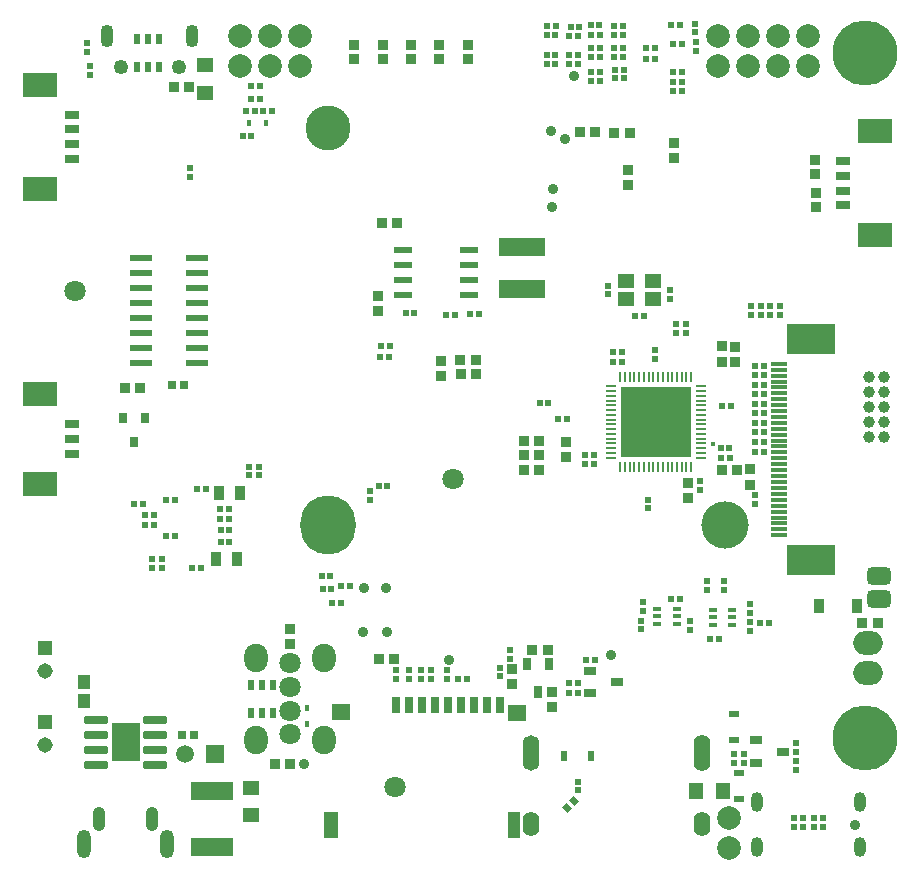
<source format=gbr>
%FSTAX23Y23*%
%MOIN*%
%SFA1B1*%

%IPPOS*%
%AMD62*
4,1,8,-0.010800,0.015700,-0.010800,-0.015700,-0.010800,-0.015700,0.010800,-0.015700,0.010800,-0.015700,0.010800,0.015700,0.010800,0.015700,-0.010800,0.015700,-0.010800,0.015700,0.0*
1,1,0.000000,-0.010800,0.015700*
1,1,0.000000,-0.010800,-0.015700*
1,1,0.000000,0.010800,-0.015700*
1,1,0.000000,0.010800,0.015700*
%
%AMD100*
4,1,8,-0.039400,0.014800,-0.039400,-0.014800,-0.024600,-0.029500,0.024600,-0.029500,0.039400,-0.014800,0.039400,0.014800,0.024600,0.029500,-0.024600,0.029500,-0.039400,0.014800,0.0*
1,1,0.029528,-0.024600,0.014800*
1,1,0.029528,-0.024600,-0.014800*
1,1,0.029528,0.024600,-0.014800*
1,1,0.029528,0.024600,0.014800*
%
%AMD107*
4,1,8,-0.035800,-0.011800,0.035800,-0.011800,0.038800,-0.008900,0.038800,0.008900,0.035800,0.011800,-0.035800,0.011800,-0.038800,0.008900,-0.038800,-0.008900,-0.035800,-0.011800,0.0*
1,1,0.005906,-0.035800,-0.008900*
1,1,0.005906,0.035800,-0.008900*
1,1,0.005906,0.035800,0.008900*
1,1,0.005906,-0.035800,0.008900*
%
%AMD127*
4,1,8,-0.112200,-0.118100,0.112200,-0.118100,0.118100,-0.112200,0.118100,0.112200,0.112200,0.118100,-0.112200,0.118100,-0.118100,0.112200,-0.118100,-0.112200,-0.112200,-0.118100,0.0*
1,1,0.011811,-0.112200,-0.112200*
1,1,0.011811,0.112200,-0.112200*
1,1,0.011811,0.112200,0.112200*
1,1,0.011811,-0.112200,0.112200*
%
%AMD129*
4,1,4,-0.016300,0.000700,0.000700,-0.016300,0.016300,-0.000700,-0.000700,0.016300,-0.016300,0.000700,0.0*
%
%ADD13R,0.031735X0.033788*%
%ADD14R,0.031496X0.035433*%
%ADD21R,0.033788X0.031735*%
%ADD22R,0.032000X0.037000*%
%ADD23R,0.118110X0.082677*%
%ADD29R,0.037000X0.032000*%
%ADD33C,0.035000*%
%ADD34R,0.022000X0.024000*%
%ADD36R,0.024000X0.022000*%
%ADD46R,0.057087X0.045275*%
%ADD58R,0.055118X0.011811*%
G04~CAMADD=62~8~0.0~0.0~315.0~216.5~0.0~0.0~15~0.0~0.0~0.0~0.0~0~0.0~0.0~0.0~0.0~0~0.0~0.0~0.0~90.0~216.0~314.0*
%ADD62D62*%
%ADD65R,0.015748X0.023622*%
%ADD66C,0.070866*%
%ADD67R,0.032677X0.024803*%
%ADD82O,0.047244X0.094488*%
%ADD83O,0.041339X0.082677*%
%ADD84C,0.059055*%
%ADD85R,0.059055X0.059055*%
%ADD86R,0.051496X0.051496*%
%ADD87C,0.051496*%
%ADD88O,0.078740X0.094488*%
%ADD89C,0.078740*%
%ADD90O,0.039370X0.066929*%
%ADD92C,0.216535*%
%ADD93O,0.043307X0.074803*%
%ADD94C,0.049212*%
%ADD95C,0.039370*%
%ADD96O,0.055118X0.118110*%
%ADD97O,0.055118X0.122047*%
%ADD98O,0.055118X0.082677*%
%ADD99C,0.070866*%
G04~CAMADD=100~8~0.0~0.0~590.6~787.4~147.6~0.0~15~0.0~0.0~0.0~0.0~0~0.0~0.0~0.0~0.0~0~0.0~0.0~0.0~90.0~788.0~591.0*
%ADD100D100*%
%ADD101O,0.098425X0.078740*%
%ADD104C,0.157480*%
%ADD105R,0.027559X0.025591*%
%ADD106R,0.095000X0.130000*%
G04~CAMADD=107~8~0.0~0.0~775.6~236.2~29.5~0.0~15~0.0~0.0~0.0~0.0~0~0.0~0.0~0.0~0.0~0~0.0~0.0~0.0~180.0~776.0~236.0*
%ADD107D107*%
%ADD108R,0.051181X0.031496*%
%ADD109R,0.039848X0.045596*%
%ADD110R,0.029921X0.028346*%
%ADD111R,0.141732X0.060000*%
%ADD112R,0.078000X0.022000*%
%ADD113R,0.059842X0.023622*%
%ADD114R,0.157000X0.059000*%
%ADD115R,0.035433X0.051181*%
%ADD116R,0.031496X0.015748*%
%ADD117R,0.039370X0.086614*%
%ADD118R,0.047244X0.086614*%
%ADD119R,0.062992X0.055118*%
%ADD120R,0.027559X0.055118*%
%ADD121R,0.045275X0.057087*%
%ADD122R,0.041339X0.025591*%
%ADD123R,0.024803X0.032677*%
%ADD124R,0.035827X0.048031*%
%ADD125O,0.007874X0.039370*%
%ADD126O,0.039370X0.007874*%
G04~CAMADD=127~8~0.0~0.0~2362.2~2362.2~59.1~0.0~15~0.0~0.0~0.0~0.0~0~0.0~0.0~0.0~0.0~0~0.0~0.0~0.0~180.0~2362.0~2362.0*
%ADD127D127*%
%ADD128R,0.161417X0.098425*%
G04~CAMADD=129~9~0.0~0.0~240.0~220.0~0.0~0.0~0~0.0~0.0~0.0~0.0~0~0.0~0.0~0.0~0.0~0~0.0~0.0~0.0~135.0~326.0~325.0*
%ADD129D129*%
%ADD130R,0.015748X0.018898*%
%ADD131R,0.025591X0.041339*%
%ADD132R,0.055118X0.045275*%
%ADD133C,0.015000*%
%ADD136O,0.185039X0.196850*%
%ADD137C,0.149606*%
%LNx98_carrier_v1r2_12082022_pads_bot-1*%
%LPD*%
G54D13*
X00409Y01592D03*
X00362D03*
G54D14*
X00354Y01491D03*
X00428D03*
X00391Y01412D03*
G54D21*
X01219Y02686D03*
Y02733D03*
X01314Y02686D03*
Y02733D03*
X02665Y02242D03*
Y02195D03*
X02661Y02305D03*
Y02352D03*
X01503Y02733D03*
Y02686D03*
X01408Y02733D03*
Y02686D03*
X01125Y02733D03*
Y02686D03*
G54D22*
X01267Y02141D03*
X01216D03*
X01479Y01638D03*
X0153D03*
X01478Y01684D03*
X01529D03*
X01207Y00688D03*
X01258D03*
X00524Y02595D03*
X00575Y02595D03*
X01928Y02443D03*
X01877D03*
X01992Y02441D03*
X02043D03*
X01718Y00718D03*
X01769D03*
X0169Y01318D03*
X01741D03*
X0169Y01414D03*
X01741D03*
X0169Y01366D03*
X01741D03*
X02402Y01318D03*
X02351D03*
X00859Y00336D03*
X0091D03*
X02818Y00809D03*
X02869D03*
G54D23*
X02861Y021D03*
Y02448D03*
X00076Y02602D03*
Y02254D03*
X00076Y01272D03*
Y01571D03*
G54D29*
X01415Y01681D03*
Y0163D03*
X01205Y01848D03*
Y01899D03*
X01784Y00527D03*
Y00578D03*
X01832Y01411D03*
Y0136D03*
X02444Y0132D03*
Y01269D03*
X02238Y01274D03*
Y01223D03*
X02349Y0173D03*
Y01678D03*
X01651Y00654D03*
Y00603D03*
X02394Y01729D03*
Y01678D03*
X0091Y00789D03*
Y00738D03*
X02037Y02268D03*
X02037Y02319D03*
X02191Y02409D03*
Y02357D03*
G54D33*
X01157Y00924D03*
X02794Y00134D03*
X01786Y02255D03*
X01781Y02447D03*
X01231Y00925D03*
X01233Y00777D03*
X01154Y00778D03*
X01785Y02194D03*
X01828Y02422D03*
X01439Y00685D03*
X01979Y007D03*
X00958Y00337D03*
X01858Y02632D03*
G54D34*
X0154Y01838D03*
X0151D03*
X01214Y01732D03*
X01243D03*
X01296Y0184D03*
X01325D03*
X01211Y01693D03*
X01241D03*
X0143Y01835D03*
X01459D03*
X01019Y00922D03*
X01048D03*
X00427Y01133D03*
X00457D03*
Y01169D03*
X00427D03*
X00421Y01204D03*
X00391D03*
X00613Y00991D03*
X00583D03*
X00601Y01254D03*
X00631D03*
X00707Y01153D03*
X00678D03*
X00707Y01186D03*
X00678D03*
X00708Y01118D03*
X00679D03*
X00708Y01078D03*
X00679D03*
X00527Y01099D03*
X00498D03*
X00527Y01217D03*
X00498D03*
X00849Y02514D03*
X00819D03*
X00782Y02432D03*
X00753D03*
X02686Y00127D03*
X02656D03*
X01501Y00622D03*
X01472D03*
X0246Y01379D03*
X0249D03*
X02018Y01679D03*
X01988D03*
X01743Y0154D03*
X01772D03*
X01894Y01336D03*
X01924D03*
X0238Y01531D03*
X02351D03*
X01894Y01367D03*
X01924D03*
X02506Y00808D03*
X02477D03*
X01045Y00963D03*
X01016D03*
X01081Y00932D03*
X01111D03*
X01049Y00875D03*
X01079Y00875D03*
X01206Y01265D03*
X01235D03*
X0209Y01832D03*
X0206D03*
X0246Y01665D03*
X0249D03*
X02346Y01356D03*
X02376D03*
X02375Y0139D03*
X02346D03*
X01842Y00574D03*
X01871D03*
X01872Y00607D03*
X01842D03*
X01898Y00683D03*
X01927D03*
X02339Y00755D03*
X0231D03*
X0218Y00888D03*
X0221D03*
X02686Y00158D03*
X02656D03*
X02591D03*
X0262D03*
Y00127D03*
X02591D03*
X01875Y02795D03*
X01846D03*
X01795Y02702D03*
X01766D03*
X0187Y02764D03*
X01841D03*
X01795Y02671D03*
X01766D03*
X01944Y02644D03*
X01914D03*
X0202Y02694D03*
X0199D03*
X01944Y02725D03*
X01914D03*
X01944Y02613D03*
X01914D03*
X0202Y02725D03*
X0199D03*
X01944Y02694D03*
X01914D03*
X02217Y02644D03*
X02187D03*
X02128Y02724D03*
X02098D03*
X02211Y02801D03*
X02182D03*
X01796Y02798D03*
X01766D03*
X0202D03*
X0199D03*
X02217Y02739D03*
X02188D03*
X01795Y02767D03*
X01766D03*
X0202D03*
X0199D03*
X02128Y02689D03*
X02098D03*
X02216Y02581D03*
X02187D03*
X01944Y02767D03*
X01914D03*
X01913Y02802D03*
X01942D03*
X02217Y02612D03*
X02187D03*
X00779Y02555D03*
X00809D03*
X00779Y02596D03*
X00809D03*
X00764Y02514D03*
X00794D03*
X0246Y01634D03*
X0249D03*
X0246Y01602D03*
X0249D03*
X0246Y0157D03*
X0249D03*
X0246Y01538D03*
X0249D03*
X0246Y01507D03*
X0249D03*
X0246Y01475D03*
X0249D03*
X0246Y01444D03*
X0249D03*
X0246Y01411D03*
X0249D03*
X01841Y02702D03*
X0187D03*
X01841Y02671D03*
X0187D03*
X01834Y01489D03*
X01804D03*
X02017Y01711D03*
X01988D03*
G54D36*
X00245Y02663D03*
Y02634D03*
X02447Y01835D03*
Y01864D03*
X02511D03*
Y01835D03*
X02543Y01864D03*
Y01835D03*
X02479Y01864D03*
Y01835D03*
X0045Y0099D03*
Y0102D03*
X00485Y0099D03*
Y0102D03*
X00577Y02295D03*
Y02324D03*
X02425Y0034D03*
Y0037D03*
X0239D03*
Y0034D03*
X01611Y0063D03*
Y00659D03*
X01434Y00621D03*
Y0065D03*
X02176Y01917D03*
Y01887D03*
X01972Y01932D03*
Y01903D03*
X02126Y01717D03*
Y01687D03*
X02278Y01251D03*
Y0128D03*
X02229Y01805D03*
Y01775D03*
X02301Y00947D03*
Y00918D03*
X01176Y01218D03*
Y01248D03*
X01645Y00688D03*
Y00717D03*
X01307Y0065D03*
Y00621D03*
X01263Y0065D03*
Y00621D03*
X01348Y0065D03*
Y00621D03*
X0138D03*
Y0065D03*
X02462Y01234D03*
Y01205D03*
X02443Y0087D03*
Y00841D03*
X02358Y00947D03*
Y00918D03*
X02443Y00781D03*
Y0081D03*
X02081Y00786D03*
Y00815D03*
X02244Y00814D03*
Y00785D03*
X02198Y01775D03*
Y01805D03*
X02086Y00876D03*
Y00846D03*
X02596Y00347D03*
Y00317D03*
Y00379D03*
Y00408D03*
X00806Y013D03*
Y01329D03*
X00773Y013D03*
Y01329D03*
X01993Y02623D03*
Y02652D03*
X02024Y02623D03*
Y02652D03*
X0226Y02805D03*
Y02776D03*
X02265Y02745D03*
Y02715D03*
X00234Y0274D03*
Y0271D03*
X02105Y01219D03*
Y0119D03*
X01872Y00279D03*
Y0025D03*
G54D46*
X00626Y02575D03*
Y02666D03*
X00781Y00259D03*
Y00168D03*
G54D58*
X02542Y0114D03*
Y0112D03*
Y01159D03*
Y01179D03*
Y01219D03*
Y01199D03*
Y01337D03*
Y01317D03*
Y01356D03*
X02542Y01671D03*
X02542Y01612D03*
Y01553D03*
Y01494D03*
Y01435D03*
Y01376D03*
Y011D03*
Y01258D03*
Y01238D03*
Y01278D03*
Y01297D03*
Y01652D03*
Y01632D03*
Y01593D03*
Y01573D03*
Y01533D03*
Y01514D03*
Y01474D03*
Y01455D03*
Y01415D03*
Y01396D03*
G54D62*
X00436Y02661D03*
Y02754D03*
X00474Y02661D03*
X00399D03*
Y02754D03*
X00474D03*
X00817Y00601D03*
Y00508D03*
X00855D03*
Y00601D03*
X0078Y00508D03*
Y00601D03*
G54D65*
X00773Y02473D03*
X00829D03*
G54D66*
X00193Y01913D03*
X01454Y01286D03*
X0126Y0026D03*
G54D67*
X02408Y00308D03*
Y00221D03*
X0239Y00417D03*
Y00504D03*
G54D82*
X00224Y00072D03*
X005D03*
G54D83*
X00275Y00154D03*
X0045D03*
G54D84*
X00561Y0037D03*
G54D85*
X00661Y0037D03*
G54D86*
X00094Y00479D03*
X00093Y00725D03*
G54D87*
X00094Y00401D03*
X00093Y00647D03*
G54D88*
X00796Y00417D03*
X01024D03*
Y00692D03*
X00796D03*
G54D89*
X02374Y00157D03*
Y00057D03*
X02637Y02764D03*
X02537D03*
X02437D03*
X02337D03*
Y02664D03*
X02437D03*
X02537D03*
X02637D03*
X00944Y02764D03*
X00844D03*
X00744D03*
Y02664D03*
X00844D03*
X00944D03*
G54D90*
X02468Y00062D03*
X02809Y00062D03*
Y00212D03*
X02468D03*
G54D92*
X02828Y02708D03*
Y00425D03*
G54D93*
X00584Y02765D03*
X00301D03*
G54D94*
X00346Y02661D03*
X00539D03*
G54D95*
X0289Y01528D03*
Y01478D03*
X0284D03*
Y01428D03*
Y01528D03*
Y01578D03*
X0289Y01428D03*
Y01578D03*
X0284Y01628D03*
X0289D03*
G54D96*
X01713Y00375D03*
G54D97*
X02283Y00375D03*
G54D98*
X02283Y00139D03*
X01713D03*
G54D99*
X0091Y00437D03*
Y00515D03*
Y00594D03*
Y00673D03*
G54D100*
X02875Y00887D03*
Y00965D03*
G54D101*
X02837Y0064D03*
Y0074D03*
G54D104*
X02361Y01133D03*
G54D105*
X00552Y00435D03*
X00589D03*
G54D106*
X00363Y0041D03*
G54D107*
X00265Y00485D03*
Y00335D03*
X0046D03*
Y00385D03*
Y00435D03*
Y00485D03*
X00265Y00385D03*
Y00435D03*
G54D108*
X02753Y02348D03*
Y02298D03*
Y02249D03*
Y022D03*
X00184Y02354D03*
Y02404D03*
Y02453D03*
Y02502D03*
X00185Y0147D03*
Y01421D03*
Y01372D03*
G54D109*
X00223Y00612D03*
Y00547D03*
G54D110*
X00517Y01601D03*
X00556D03*
G54D111*
X00649Y00247D03*
Y00062D03*
G54D112*
X006Y01675D03*
Y01725D03*
Y01775D03*
Y01825D03*
Y01875D03*
Y01925D03*
Y01975D03*
Y02025D03*
X00414D03*
Y01975D03*
Y01925D03*
Y01875D03*
Y01825D03*
Y01775D03*
Y01725D03*
Y01675D03*
G54D113*
X01507Y02001D03*
Y02051D03*
Y01951D03*
X01286Y02051D03*
Y01951D03*
X01507Y01901D03*
X01286D03*
Y02001D03*
G54D114*
X01685Y0192D03*
Y02061D03*
G54D115*
X00673Y0124D03*
X00744D03*
X00734Y01022D03*
X00663D03*
G54D116*
X02135Y00804D03*
Y0083D03*
Y00855D03*
X02201Y00804D03*
Y0083D03*
Y00855D03*
X02385Y00851D03*
Y00826D03*
Y008D03*
X02319Y00851D03*
Y00826D03*
Y008D03*
G54D117*
X01657Y00133D03*
G54D118*
X01047Y00133D03*
G54D119*
X01082Y00511D03*
X01667Y00507D03*
G54D120*
X01263Y00535D03*
X01307D03*
X0135D03*
X01393D03*
X01436D03*
X0148D03*
X01523D03*
X01566D03*
X0161D03*
G54D121*
X02263Y00249D03*
X02354D03*
G54D122*
X02465Y00341D03*
X02555Y00379D03*
X02465Y00416D03*
X02Y00611D03*
X0191Y00648D03*
Y00573D03*
G54D123*
X01913Y00365D03*
X01825D03*
G54D124*
X02674Y00865D03*
X02802D03*
G54D125*
X022Y01328D03*
X02216D03*
X02137Y01627D03*
X02232Y01328D03*
X02027Y01627D03*
X02058D03*
X02106Y01328D03*
X02169Y01627D03*
X02153D03*
X02184D03*
X02247D03*
X02232D03*
X022D03*
X02216D03*
X02027Y01328D03*
X02043D03*
X02074D03*
X0209D03*
X02121D03*
X02137D03*
X02169D03*
X02184D03*
X0209Y01627D03*
X02074D03*
X02011Y01328D03*
Y01627D03*
X02043D03*
X02153Y01328D03*
X02058D03*
X02247D03*
X02106Y01627D03*
X02121D03*
G54D126*
X02279Y01359D03*
Y01375D03*
X0198Y01359D03*
X02279Y01533D03*
X0198Y01485D03*
Y01375D03*
X02279Y01407D03*
X0198Y01391D03*
X02279Y01438D03*
Y01422D03*
Y0147D03*
Y01454D03*
Y01564D03*
Y01548D03*
Y01596D03*
Y0158D03*
Y01501D03*
Y01485D03*
X0198Y01422D03*
Y01438D03*
Y01517D03*
Y01533D03*
Y01548D03*
Y01564D03*
Y0158D03*
Y01596D03*
Y01454D03*
Y0147D03*
X02279Y01391D03*
X0198Y01407D03*
Y01501D03*
X02279Y01517D03*
G54D127*
X02129Y01477D03*
G54D128*
X02647Y01755D03*
Y01016D03*
G54D129*
X01835Y00192D03*
X01856Y00213D03*
G54D130*
X00967Y00524D03*
Y00472D03*
G54D131*
X01774Y0067D03*
X01736Y00579D03*
X01699Y0067D03*
G54D132*
X02032Y01949D03*
X02119Y01886D03*
X02032D03*
X02119Y01949D03*
G54D133*
X02319Y01405D03*
G54D136*
X01038Y01133D03*
G54D137*
X01038Y02456D03*
M02*
</source>
